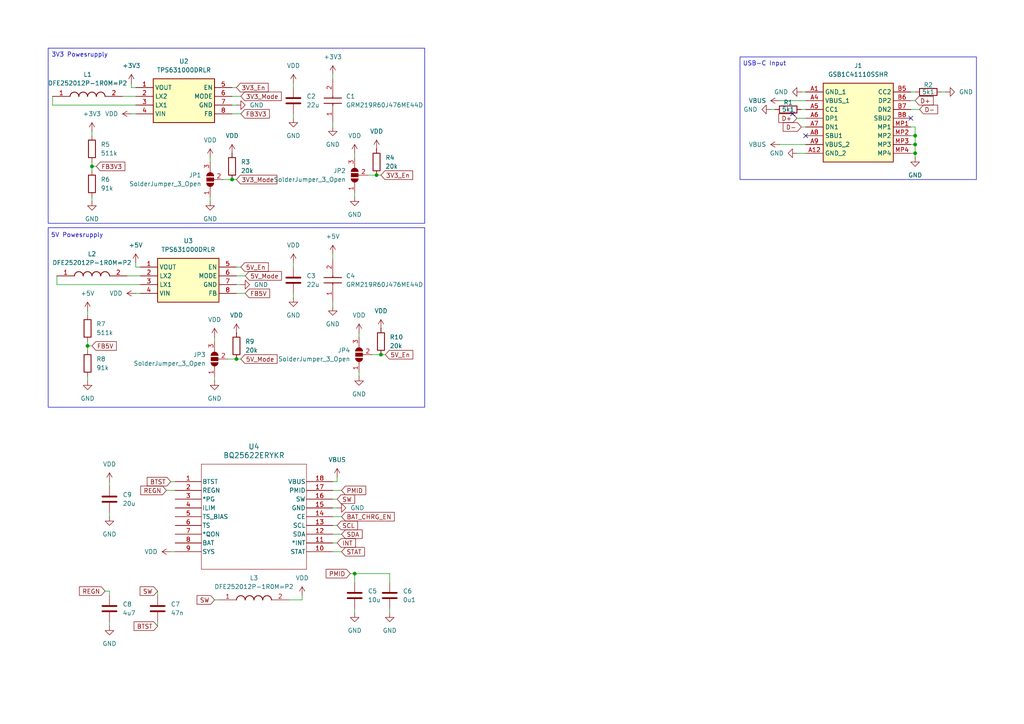
<source format=kicad_sch>
(kicad_sch (version 20250114) (generator "eeschema") (generator_version "9.0")
  (paper "A4")
  (lib_symbols
    (symbol "2025-04-06_19-50-57:BQ25622ERYKR" (pin_names (offset 0.254))
      (property "Reference" "U" (at 22.86 10.16 0))
      (property "Value" "BQ25622ERYKR" (at 22.86 7.62 0))
      (symbol "BQ25622ERYKR_0_1"
        (polyline (pts (xy 7.62 5.08) (xy 7.62 -25.4)) (stroke (width 0.127)))
        (polyline (pts (xy 7.62 -25.4) (xy 38.1 -25.4)) (stroke (width 0.127)))
        (polyline (pts (xy 38.1 5.08) (xy 7.62 5.08)) (stroke (width 0.127)))
        (polyline (pts (xy 38.1 -25.4) (xy 38.1 5.08)) (stroke (width 0.127)))
        (pin power_in line (at 0 0 0) (length 7.62) (name "BTST") (number "1"))
        (pin power_in line (at 0 -2.54 0) (length 7.62) (name "REGN") (number "2"))
        (pin unspecified line (at 0 -5.08 0) (length 7.62) (name "*PG") (number "3"))
        (pin bidirectional line (at 0 -7.62 0) (length 7.62) (name "ILIM") (number "4"))
        (pin power_in line (at 0 -10.16 0) (length 7.62) (name "TS_BIAS") (number "5"))
        (pin input line (at 0 -12.7 0) (length 7.62) (name "TS") (number "6"))
        (pin input line (at 0 -15.24 0) (length 7.62) (name "*QON") (number "7"))
        (pin power_in line (at 0 -17.78 0) (length 7.62) (name "BAT") (number "8"))
        (pin power_in line (at 0 -20.32 0) (length 7.62) (name "SYS") (number "9"))
        (pin power_in line (at 45.72 0 180) (length 7.62) (name "VBUS") (number "18"))
        (pin power_in line (at 45.72 -2.54 180) (length 7.62) (name "PMID") (number "17"))
        (pin power_in line (at 45.72 -5.08 180) (length 7.62) (name "SW") (number "16"))
        (pin power_out line (at 45.72 -7.62 180) (length 7.62) (name "GND") (number "15"))
        (pin input line (at 45.72 -10.16 180) (length 7.62) (name "CE") (number "14"))
        (pin input line (at 45.72 -12.7 180) (length 7.62) (name "SCL") (number "13"))
        (pin bidirectional line (at 45.72 -15.24 180) (length 7.62) (name "SDA") (number "12"))
        (pin output line (at 45.72 -17.78 180) (length 7.62) (name "*INT") (number "11"))
        (pin output line (at 45.72 -20.32 180) (length 7.62) (name "STAT") (number "10"))
      )
    )
    (symbol "Device:C" (pin_numbers (hide yes)) (pin_names (offset 0.254))
      (property "Reference" "C" (at 0.635 2.54 0))
      (property "Value" "C" (at 0.635 -2.54 0))
      (symbol "C_0_1"
        (polyline (pts (xy -2.032 0.762) (xy 2.032 0.762)) (stroke (width 0.508)))
        (polyline (pts (xy -2.032 -0.762) (xy 2.032 -0.762)) (stroke (width 0.508)))
      )
      (symbol "C_1_1"
        (pin passive line (at 0 3.81 270) (length 2.794) (name "~") (number "1"))
        (pin passive line (at 0 -3.81 90) (length 2.794) (name "~") (number "2"))
      )
    )
    (symbol "Device:R" (pin_numbers (hide yes)) (pin_names (offset 0))
      (property "Reference" "R" (at 2.032 0 90))
      (property "Value" "R" (at 0 0 90))
      (symbol "R_0_1"
        (rectangle (start -1.016 -2.54) (end 1.016 2.54) (stroke (width 0.254)))
      )
      (symbol "R_1_1"
        (pin passive line (at 0 3.81 270) (length 1.27) (name "~") (number "1"))
        (pin passive line (at 0 -3.81 90) (length 1.27) (name "~") (number "2"))
      )
    )
    (symbol "Jumper:SolderJumper_3_Open" (pin_names (offset 0) (hide yes)) (exclude_from_sim yes) (in_bom no)
      (property "Reference" "JP" (at -2.54 -2.54 0))
      (property "Value" "SolderJumper_3_Open" (at 0 2.794 0))
      (symbol "SolderJumper_3_Open_0_1"
        (polyline (pts (xy -2.54 0) (xy -2.032 0)))
        (polyline (pts (xy -1.016 1.016) (xy -1.016 -1.016)))
        (arc (start -1.016 -1.016) (mid -2.0276 0) (end -1.016 1.016))
        (arc (start -1.016 -1.016) (mid -2.0276 0) (end -1.016 1.016) (fill (type outline)))
        (rectangle (start -0.508 1.016) (end 0.508 -1.016) (fill (type outline)))
        (polyline (pts (xy 0 -1.27) (xy 0 -1.016)))
        (arc (start 1.016 1.016) (mid 2.0276 0) (end 1.016 -1.016))
        (arc (start 1.016 1.016) (mid 2.0276 0) (end 1.016 -1.016) (fill (type outline)))
        (polyline (pts (xy 1.016 1.016) (xy 1.016 -1.016)))
        (polyline (pts (xy 2.54 0) (xy 2.032 0)))
      )
      (symbol "SolderJumper_3_Open_1_1"
        (pin passive line (at -5.08 0 0) (length 2.54) (name "A") (number "1"))
        (pin passive line (at 0 -3.81 90) (length 2.54) (name "C") (number "2"))
        (pin passive line (at 5.08 0 180) (length 2.54) (name "B") (number "3"))
      )
    )
    (symbol "SamacSys_Parts:DFE252012P-1R0M=P2" (pin_names (hide yes))
      (property "Reference" "L" (at 16.51 6.35 0))
      (property "Value" "DFE252012P-1R0M=P2" (at 16.51 3.81 0))
      (symbol "DFE252012P-1R0M=P2_1_1"
        (arc (start 5.08 0) (mid 6.35 1.219) (end 7.62 0) (stroke (width 0.254)))
        (arc (start 7.62 0) (mid 8.89 1.219) (end 10.16 0) (stroke (width 0.254)))
        (arc (start 10.16 0) (mid 11.43 1.219) (end 12.7 0) (stroke (width 0.254)))
        (arc (start 12.7 0) (mid 13.97 1.219) (end 15.24 0) (stroke (width 0.254)))
        (pin passive line (at 0 0 0) (length 5.08) (name "1") (number "1"))
        (pin passive line (at 20.32 0 180) (length 5.08) (name "2") (number "2"))
      )
    )
    (symbol "SamacSys_Parts:GRM219R60J476ME44D" (pin_names (hide yes))
      (property "Reference" "C" (at 8.89 6.35 0))
      (property "Value" "GRM219R60J476ME44D" (at 8.89 3.81 0))
      (symbol "GRM219R60J476ME44D_1_1"
        (polyline (pts (xy 5.08 0) (xy 5.588 0)) (stroke (width 0.254)))
        (polyline (pts (xy 5.588 2.54) (xy 5.588 -2.54)) (stroke (width 0.254)))
        (polyline (pts (xy 7.112 2.54) (xy 7.112 -2.54)) (stroke (width 0.254)))
        (polyline (pts (xy 7.112 0) (xy 7.62 0)) (stroke (width 0.254)))
        (pin passive line (at 0 0 0) (length 5.08) (name "1") (number "1"))
        (pin passive line (at 12.7 0 180) (length 5.08) (name "2") (number "2"))
      )
    )
    (symbol "SamacSys_Parts:GSB1C41110SSHR"
      (property "Reference" "J" (at 26.67 7.62 0))
      (property "Value" "GSB1C41110SSHR" (at 26.67 5.08 0))
      (symbol "GSB1C41110SSHR_1_1"
        (rectangle (start 5.08 2.54) (end 25.4 -20.32) (stroke (width 0.254)) (fill (type background)))
        (pin passive line (at 0 0 0) (length 5.08) (name "GND_1") (number "A1"))
        (pin passive line (at 0 -2.54 0) (length 5.08) (name "VBUS_1") (number "A4"))
        (pin passive line (at 0 -5.08 0) (length 5.08) (name "CC1") (number "A5"))
        (pin passive line (at 0 -7.62 0) (length 5.08) (name "DP1") (number "A6"))
        (pin passive line (at 0 -10.16 0) (length 5.08) (name "DN1") (number "A7"))
        (pin passive line (at 0 -12.7 0) (length 5.08) (name "SBU1") (number "A8"))
        (pin passive line (at 0 -15.24 0) (length 5.08) (name "VBUS_2") (number "A9"))
        (pin passive line (at 0 -17.78 0) (length 5.08) (name "GND_2") (number "A12"))
        (pin passive line (at 30.48 0 180) (length 5.08) (name "CC2") (number "B5"))
        (pin passive line (at 30.48 -2.54 180) (length 5.08) (name "DP2") (number "B6"))
        (pin passive line (at 30.48 -5.08 180) (length 5.08) (name "DN2") (number "B7"))
        (pin passive line (at 30.48 -7.62 180) (length 5.08) (name "SBU2") (number "B8"))
        (pin passive line (at 30.48 -10.16 180) (length 5.08) (name "MP1") (number "MP1"))
        (pin passive line (at 30.48 -12.7 180) (length 5.08) (name "MP2") (number "MP2"))
        (pin passive line (at 30.48 -15.24 180) (length 5.08) (name "MP3") (number "MP3"))
        (pin passive line (at 30.48 -17.78 180) (length 5.08) (name "MP4") (number "MP4"))
      )
    )
    (symbol "SamacSys_Parts:TPS631000DRLR"
      (property "Reference" "U" (at 24.13 7.62 0))
      (property "Value" "TPS631000DRLR" (at 24.13 5.08 0))
      (symbol "TPS631000DRLR_1_1"
        (rectangle (start 5.08 2.54) (end 22.86 -10.16) (stroke (width 0.254)) (fill (type background)))
        (pin passive line (at 0 0 0) (length 5.08) (name "VOUT") (number "1"))
        (pin passive line (at 0 -2.54 0) (length 5.08) (name "LX2") (number "2"))
        (pin passive line (at 0 -5.08 0) (length 5.08) (name "LX1") (number "3"))
        (pin passive line (at 0 -7.62 0) (length 5.08) (name "VIN") (number "4"))
        (pin passive line (at 27.94 0 180) (length 5.08) (name "EN") (number "5"))
        (pin passive line (at 27.94 -2.54 180) (length 5.08) (name "MODE") (number "6"))
        (pin passive line (at 27.94 -5.08 180) (length 5.08) (name "GND") (number "7"))
        (pin passive line (at 27.94 -7.62 180) (length 5.08) (name "FB") (number "8"))
      )
    )
    (symbol "power:+3V3" (power) (pin_numbers (hide yes)) (pin_names (offset 0) (hide yes))
      (property "Value" "+3V3" (at 0 3.556 0))
      (symbol "+3V3_0_1"
        (polyline (pts (xy -0.762 1.27) (xy 0 2.54)))
        (polyline (pts (xy 0 2.54) (xy 0.762 1.27)))
        (polyline (pts (xy 0 0) (xy 0 2.54)))
      )
      (symbol "+3V3_1_1"
        (pin power_in line (at 0 0 90) (length 0) (name "~") (number "1"))
      )
    )
    (symbol "power:+5V" (power) (pin_numbers (hide yes)) (pin_names (offset 0) (hide yes))
      (property "Value" "+5V" (at 0 3.556 0))
      (symbol "+5V_0_1"
        (polyline (pts (xy -0.762 1.27) (xy 0 2.54)))
        (polyline (pts (xy 0 2.54) (xy 0.762 1.27)))
        (polyline (pts (xy 0 0) (xy 0 2.54)))
      )
      (symbol "+5V_1_1"
        (pin power_in line (at 0 0 90) (length 0) (name "~") (number "1"))
      )
    )
    (symbol "power:GND" (power) (pin_numbers (hide yes)) (pin_names (offset 0) (hide yes))
      (property "Value" "GND" (at 0 -3.81 0))
      (symbol "GND_0_1"
        (polyline (pts (xy 0 0) (xy 0 -1.27) (xy 1.27 -1.27) (xy 0 -2.54) (xy -1.27 -1.27) (xy 0 -1.27)))
      )
      (symbol "GND_1_1"
        (pin power_in line (at 0 0 270) (length 0) (name "~") (number "1"))
      )
    )
    (symbol "power:VBUS" (power) (pin_numbers (hide yes)) (pin_names (offset 0) (hide yes))
      (property "Value" "VBUS" (at 0 3.556 0))
      (symbol "VBUS_0_1"
        (polyline (pts (xy -0.762 1.27) (xy 0 2.54)))
        (polyline (pts (xy 0 2.54) (xy 0.762 1.27)))
        (polyline (pts (xy 0 0) (xy 0 2.54)))
      )
      (symbol "VBUS_1_1"
        (pin power_in line (at 0 0 90) (length 0) (name "~") (number "1"))
      )
    )
    (symbol "power:VDD" (power) (pin_numbers (hide yes)) (pin_names (offset 0) (hide yes))
      (property "Value" "VDD" (at 0 3.556 0))
      (symbol "VDD_0_1"
        (polyline (pts (xy -0.762 1.27) (xy 0 2.54)))
        (polyline (pts (xy 0 2.54) (xy 0.762 1.27)))
        (polyline (pts (xy 0 0) (xy 0 2.54)))
      )
      (symbol "VDD_1_1"
        (pin power_in line (at 0 0 90) (length 0) (name "~") (number "1"))
      )
    )
  )
  (rectangle (start 13.97 66.04) (end 123.19 118.11))
  (rectangle (start 214.63 16.51) (end 283.21 52.07))
  (rectangle (start 13.97 13.97) (end 123.19 64.77))
  (text "5V Powesrupply" (at 22.352 68.326 0) (effects (font (size 1.27 1.27))))
  (text "3V3 Powesrupply" (at 23.114 16.002 0) (effects (font (size 1.27 1.27))))
  (text "USB-C Input" (at 221.742 18.542 0) (effects (font (size 1.27 1.27))))
  (junction (at 265.43 41.91))
  (junction (at 25.4 100.33))
  (junction (at 265.43 39.37))
  (junction (at 68.58 104.14))
  (junction (at 26.67 48.26))
  (junction (at 102.87 166.37))
  (junction (at 109.22 50.8))
  (junction (at 110.49 102.87))
  (junction (at 265.43 44.45))
  (junction (at 67.31 52.07))
  (no_connect (at 229.87 33.02))
  (no_connect (at 233.68 39.37))
  (no_connect (at 264.16 34.29))
  (wire (pts (xy 102.87 166.37) (xy 102.87 168.91)))
  (wire (pts (xy 36.83 80.01) (xy 40.64 80.01)))
  (wire (pts (xy 265.43 39.37) (xy 265.43 36.83)))
  (wire (pts (xy 38.1 24.13) (xy 38.1 25.4)))
  (wire (pts (xy 109.22 50.8) (xy 110.49 50.8)))
  (wire (pts (xy 39.37 30.48) (xy 15.24 30.48)))
  (wire (pts (xy 67.31 52.07) (xy 68.58 52.07)))
  (wire (pts (xy 26.67 100.33) (xy 25.4 100.33)))
  (wire (pts (xy 265.43 26.67) (xy 264.16 26.67)))
  (wire (pts (xy 232.41 26.67) (xy 233.68 26.67)))
  (wire (pts (xy 25.4 100.33) (xy 25.4 101.6)))
  (wire (pts (xy 96.52 147.32) (xy 97.79 147.32)))
  (wire (pts (xy 265.43 36.83) (xy 264.16 36.83)))
  (wire (pts (xy 60.96 45.72) (xy 60.96 46.99)))
  (wire (pts (xy 67.31 25.4) (xy 68.58 25.4)))
  (wire (pts (xy 85.09 76.2) (xy 85.09 77.47)))
  (wire (pts (xy 64.77 52.07) (xy 67.31 52.07)))
  (wire (pts (xy 96.52 160.02) (xy 99.06 160.02)))
  (wire (pts (xy 68.58 104.14) (xy 69.85 104.14)))
  (wire (pts (xy 106.68 50.8) (xy 109.22 50.8)))
  (wire (pts (xy 96.52 152.4) (xy 97.79 152.4)))
  (wire (pts (xy 265.43 45.72) (xy 265.43 44.45)))
  (wire (pts (xy 97.79 139.7) (xy 96.52 139.7)))
  (wire (pts (xy 96.52 35.56) (xy 96.52 36.83)))
  (wire (pts (xy 231.14 34.29) (xy 233.68 34.29)))
  (wire (pts (xy 67.31 30.48) (xy 68.58 30.48)))
  (wire (pts (xy 48.26 142.24) (xy 50.8 142.24)))
  (wire (pts (xy 96.52 87.63) (xy 96.52 88.9)))
  (wire (pts (xy 231.14 44.45) (xy 233.68 44.45)))
  (wire (pts (xy 87.63 173.99) (xy 83.82 173.99)))
  (wire (pts (xy 96.52 21.59) (xy 96.52 22.86)))
  (wire (pts (xy 35.56 27.94) (xy 39.37 27.94)))
  (wire (pts (xy 31.75 172.72) (xy 31.75 171.45)))
  (wire (pts (xy 102.87 176.53) (xy 102.87 177.8)))
  (wire (pts (xy 68.58 80.01) (xy 71.12 80.01)))
  (wire (pts (xy 102.87 55.88) (xy 102.87 57.15)))
  (wire (pts (xy 16.51 82.55) (xy 16.51 80.01)))
  (wire (pts (xy 49.53 160.02) (xy 50.8 160.02)))
  (wire (pts (xy 96.52 154.94) (xy 99.06 154.94)))
  (wire (pts (xy 85.09 85.09) (xy 85.09 86.36)))
  (wire (pts (xy 96.52 149.86) (xy 99.06 149.86)))
  (wire (pts (xy 85.09 33.02) (xy 85.09 34.29)))
  (wire (pts (xy 49.53 139.7) (xy 50.8 139.7)))
  (wire (pts (xy 26.67 48.26) (xy 26.67 49.53)))
  (wire (pts (xy 274.32 26.67) (xy 273.05 26.67)))
  (wire (pts (xy 113.03 176.53) (xy 113.03 177.8)))
  (wire (pts (xy 31.75 139.7) (xy 31.75 140.97)))
  (wire (pts (xy 96.52 142.24) (xy 99.06 142.24)))
  (wire (pts (xy 40.64 82.55) (xy 16.51 82.55)))
  (wire (pts (xy 68.58 77.47) (xy 69.85 77.47)))
  (wire (pts (xy 39.37 76.2) (xy 39.37 77.47)))
  (wire (pts (xy 104.14 107.95) (xy 104.14 109.22)))
  (wire (pts (xy 62.23 97.79) (xy 62.23 99.06)))
  (wire (pts (xy 26.67 48.26) (xy 26.67 46.99)))
  (wire (pts (xy 31.75 148.59) (xy 31.75 149.86)))
  (wire (pts (xy 31.75 171.45) (xy 30.48 171.45)))
  (wire (pts (xy 39.37 77.47) (xy 40.64 77.47)))
  (wire (pts (xy 25.4 100.33) (xy 25.4 99.06)))
  (wire (pts (xy 87.63 172.72) (xy 87.63 173.99)))
  (wire (pts (xy 62.23 173.99) (xy 63.5 173.99)))
  (wire (pts (xy 27.94 48.26) (xy 26.67 48.26)))
  (wire (pts (xy 26.67 57.15) (xy 26.67 58.42)))
  (wire (pts (xy 62.23 109.22) (xy 62.23 110.49)))
  (wire (pts (xy 264.16 29.21) (xy 265.43 29.21)))
  (wire (pts (xy 96.52 144.78) (xy 97.79 144.78)))
  (wire (pts (xy 45.72 180.34) (xy 45.72 181.61)))
  (wire (pts (xy 264.16 41.91) (xy 265.43 41.91)))
  (wire (pts (xy 226.06 41.91) (xy 233.68 41.91)))
  (wire (pts (xy 264.16 31.75) (xy 266.7 31.75)))
  (wire (pts (xy 68.58 85.09) (xy 71.12 85.09)))
  (wire (pts (xy 102.87 44.45) (xy 102.87 45.72)))
  (wire (pts (xy 67.31 27.94) (xy 69.85 27.94)))
  (wire (pts (xy 113.03 168.91) (xy 113.03 166.37)))
  (wire (pts (xy 31.75 180.34) (xy 31.75 181.61)))
  (wire (pts (xy 232.41 31.75) (xy 233.68 31.75)))
  (wire (pts (xy 85.09 24.13) (xy 85.09 25.4)))
  (wire (pts (xy 223.52 31.75) (xy 224.79 31.75)))
  (wire (pts (xy 113.03 166.37) (xy 102.87 166.37)))
  (wire (pts (xy 232.41 36.83) (xy 233.68 36.83)))
  (wire (pts (xy 45.72 171.45) (xy 45.72 172.72)))
  (wire (pts (xy 264.16 44.45) (xy 265.43 44.45)))
  (wire (pts (xy 15.24 30.48) (xy 15.24 27.94)))
  (wire (pts (xy 96.52 73.66) (xy 96.52 74.93)))
  (wire (pts (xy 97.79 138.43) (xy 97.79 139.7)))
  (wire (pts (xy 68.58 82.55) (xy 69.85 82.55)))
  (wire (pts (xy 26.67 39.37) (xy 26.67 38.1)))
  (wire (pts (xy 38.1 25.4) (xy 39.37 25.4)))
  (wire (pts (xy 25.4 91.44) (xy 25.4 90.17)))
  (wire (pts (xy 104.14 96.52) (xy 104.14 97.79)))
  (wire (pts (xy 107.95 102.87) (xy 110.49 102.87)))
  (wire (pts (xy 264.16 39.37) (xy 265.43 39.37)))
  (wire (pts (xy 25.4 109.22) (xy 25.4 110.49)))
  (wire (pts (xy 265.43 44.45) (xy 265.43 41.91)))
  (wire (pts (xy 67.31 33.02) (xy 69.85 33.02)))
  (wire (pts (xy 38.1 33.02) (xy 39.37 33.02)))
  (wire (pts (xy 96.52 157.48) (xy 97.79 157.48)))
  (wire (pts (xy 102.87 166.37) (xy 101.6 166.37)))
  (wire (pts (xy 226.06 29.21) (xy 233.68 29.21)))
  (wire (pts (xy 110.49 102.87) (xy 111.76 102.87)))
  (wire (pts (xy 66.04 104.14) (xy 68.58 104.14)))
  (wire (pts (xy 60.96 57.15) (xy 60.96 58.42)))
  (wire (pts (xy 39.37 85.09) (xy 40.64 85.09)))
  (wire (pts (xy 265.43 41.91) (xy 265.43 39.37)))
  (global_label "5V_En" (shape input) (at 69.85 77.47 0) (property "Intersheetrefs" "${INTERSHEET_REFS}" (effects (hide yes))))
  (global_label "3V3_En" (shape input) (at 110.49 50.8 0) (property "Intersheetrefs" "${INTERSHEET_REFS}" (effects (hide yes))))
  (global_label "FB3V3" (shape input) (at 69.85 33.02 0) (property "Intersheetrefs" "${INTERSHEET_REFS}" (effects (hide yes))))
  (global_label "5V_Mode" (shape input) (at 71.12 80.01 0) (property "Intersheetrefs" "${INTERSHEET_REFS}" (effects (hide yes))))
  (global_label "REGN" (shape input) (at 30.48 171.45 180) (property "Intersheetrefs" "${INTERSHEET_REFS}" (effects (hide yes))))
  (global_label "REGN" (shape input) (at 48.26 142.24 180) (property "Intersheetrefs" "${INTERSHEET_REFS}" (effects (hide yes))))
  (global_label "PMID" (shape input) (at 99.06 142.24 0) (property "Intersheetrefs" "${INTERSHEET_REFS}" (effects (hide yes))))
  (global_label "5V_En" (shape input) (at 111.76 102.87 0) (property "Intersheetrefs" "${INTERSHEET_REFS}" (effects (hide yes))))
  (global_label "5V_Mode" (shape input) (at 69.85 104.14 0) (property "Intersheetrefs" "${INTERSHEET_REFS}" (effects (hide yes))))
  (global_label "BAT_CHRG_EN" (shape input) (at 99.06 149.86 0) (property "Intersheetrefs" "${INTERSHEET_REFS}" (effects (hide yes))))
  (global_label "SW" (shape input) (at 62.23 173.99 180) (property "Intersheetrefs" "${INTERSHEET_REFS}" (effects (hide yes))))
  (global_label "FB5V" (shape input) (at 71.12 85.09 0) (property "Intersheetrefs" "${INTERSHEET_REFS}" (effects (hide yes))))
  (global_label "3V3_Mode" (shape input) (at 69.85 27.94 0) (property "Intersheetrefs" "${INTERSHEET_REFS}" (effects (hide yes))))
  (global_label "SDA" (shape input) (at 99.06 154.94 0) (property "Intersheetrefs" "${INTERSHEET_REFS}" (effects (hide yes))))
  (global_label "BTST" (shape input) (at 49.53 139.7 180) (property "Intersheetrefs" "${INTERSHEET_REFS}" (effects (hide yes))))
  (global_label "3V3_Mode" (shape input) (at 68.58 52.07 0) (property "Intersheetrefs" "${INTERSHEET_REFS}" (effects (hide yes))))
  (global_label "D+" (shape input) (at 265.43 29.21 0) (property "Intersheetrefs" "${INTERSHEET_REFS}" (effects (hide yes))))
  (global_label "FB5V" (shape input) (at 26.67 100.33 0) (property "Intersheetrefs" "${INTERSHEET_REFS}" (effects (hide yes))))
  (global_label "D-" (shape input) (at 232.41 36.83 180) (property "Intersheetrefs" "${INTERSHEET_REFS}" (effects (hide yes))))
  (global_label "STAT" (shape input) (at 99.06 160.02 0) (property "Intersheetrefs" "${INTERSHEET_REFS}" (effects (hide yes))))
  (global_label "INT" (shape input) (at 97.79 157.48 0) (property "Intersheetrefs" "${INTERSHEET_REFS}" (effects (hide yes))))
  (global_label "SW" (shape input) (at 45.72 171.45 180) (property "Intersheetrefs" "${INTERSHEET_REFS}" (effects (hide yes))))
  (global_label "D+" (shape input) (at 231.14 34.29 180) (property "Intersheetrefs" "${INTERSHEET_REFS}" (effects (hide yes))))
  (global_label "3V3_En" (shape input) (at 68.58 25.4 0) (property "Intersheetrefs" "${INTERSHEET_REFS}" (effects (hide yes))))
  (global_label "BTST" (shape input) (at 45.72 181.61 180) (property "Intersheetrefs" "${INTERSHEET_REFS}" (effects (hide yes))))
  (global_label "SCL" (shape input) (at 97.79 152.4 0) (property "Intersheetrefs" "${INTERSHEET_REFS}" (effects (hide yes))))
  (global_label "SW" (shape input) (at 97.79 144.78 0) (property "Intersheetrefs" "${INTERSHEET_REFS}" (effects (hide yes))))
  (global_label "FB3V3" (shape input) (at 27.94 48.26 0) (property "Intersheetrefs" "${INTERSHEET_REFS}" (effects (hide yes))))
  (global_label "PMID" (shape input) (at 101.6 166.37 180) (property "Intersheetrefs" "${INTERSHEET_REFS}" (effects (hide yes))))
  (global_label "D-" (shape input) (at 266.7 31.75 0) (property "Intersheetrefs" "${INTERSHEET_REFS}" (effects (hide yes))))
  (symbol (lib_id "power:GND") (at 25.4 110.49 0) (unit 1)
    (property "Reference" "#PWR030" (effects (hide yes)))
    (property "Value" "GND" (at 25.4 115.57 0))
    (property "Description" "Power symbol creates a global label with name \"GND\" , ground" (effects (hide yes)))
  )
  (symbol (lib_id "power:+3V3") (at 38.1 24.13 0) (unit 1)
    (property "Reference" "#PWR014" (effects (hide yes)))
    (property "Value" "+3V3" (at 38.1 19.05 0))
    (property "Description" "Power symbol creates a global label with name \"+3V3\"" (effects (hide yes)))
  )
  (symbol (lib_id "SamacSys_Parts:DFE252012P-1R0M=P2") (at 63.5 173.99 0) (unit 1)
    (property "Reference" "L3" (at 73.66 167.64 0))
    (property "Value" "DFE252012P-1R0M=P2" (at 73.66 170.18 0))
    (property "Footprint" "DFE2HCAH1R0MJ0L" (effects (hide yes)))
    (property "Datasheet" "https://search.murata.co.jp/Ceramy/image/img/P02/J(E)TE243A-0024.pdf" (effects (hide yes)))
    (property "Description" "Toko DFE252012P Series Shielded Wire-wound SMD Inductor with a Powered Iron Core, 1 uH Wire-Wound 4.8A Idc" (effects (hide yes)))
    (property "Height" "1.2" (effects (hide yes)))
    (property "Manufacturer_Name" "Murata Electronics" (effects (hide yes)))
    (property "Manufacturer_Part_Number" "DFE252012P-1R0M=P2" (effects (hide yes)))
    (property "Mouser Part Number" "81-DFE252012P-1R0MP2" (effects (hide yes)))
    (property "Mouser Price/Stock" "https://www.mouser.co.uk/ProductDetail/Murata-Electronics/DFE252012P-1R0M%3dP2?qs=KuGPmAKtFKUHla8Odvjl9w%3D%3D" (effects (hide yes)))
    (property "Arrow Part Number" "DFE252012P-1R0M=P2" (effects (hide yes)))
    (property "Arrow Price/Stock" "https://www.arrow.com/en/products/dfe252012p-1r0mp2/murata-manufacturing?region=nac" (effects (hide yes)))
  )
  (symbol (lib_id "power:GND") (at 69.85 82.55 90) (unit 1)
    (property "Reference" "#PWR036" (effects (hide yes)))
    (property "Value" "GND" (at 73.66 82.5499 90) (effects (justify right)))
    (property "Description" "Power symbol creates a global label with name \"GND\" , ground" (effects (hide yes)))
  )
  (symbol (lib_id "power:+5V") (at 25.4 90.17 0) (unit 1)
    (property "Reference" "#PWR039" (effects (hide yes)))
    (property "Value" "+5V" (at 25.4 85.09 0))
    (property "Description" "Power symbol creates a global label with name \"+5V\"" (effects (hide yes)))
  )
  (symbol (lib_id "power:GND") (at 104.14 109.22 0) (unit 1)
    (property "Reference" "#PWR042" (effects (hide yes)))
    (property "Value" "GND" (at 104.14 114.3 0))
    (property "Description" "Power symbol creates a global label with name \"GND\" , ground" (effects (hide yes)))
  )
  (symbol (lib_id "power:GND") (at 231.14 44.45 270) (unit 1)
    (property "Reference" "#PWR010" (effects (hide yes)))
    (property "Value" "GND" (at 227.33 44.4499 90) (effects (justify right)))
    (property "Description" "Power symbol creates a global label with name \"GND\" , ground" (effects (hide yes)))
  )
  (symbol (lib_id "power:GND") (at 85.09 86.36 0) (unit 1)
    (property "Reference" "#PWR038" (effects (hide yes)))
    (property "Value" "GND" (at 85.09 91.44 0))
    (property "Description" "Power symbol creates a global label with name \"GND\" , ground" (effects (hide yes)))
  )
  (symbol (lib_id "Device:C") (at 85.09 81.28 0) (unit 1)
    (property "Reference" "C3" (at 88.9 80.0099 0) (effects (justify left)))
    (property "Value" "22u" (at 88.9 82.5499 0) (effects (justify left)))
    (property "Footprint" "Capacitor_SMD:C_0603_1608Metric" (effects (hide yes)))
    (property "Description" "Unpolarized capacitor" (effects (hide yes)))
  )
  (symbol (lib_id "Jumper:SolderJumper_3_Open") (at 102.87 50.8 90) (unit 1) (exclude_from_sim yes) (in_bom no)
    (property "Reference" "JP2" (at 100.33 49.5299 90) (effects (justify left)))
    (property "Value" "SolderJumper_3_Open" (at 100.33 52.0699 90) (effects (justify left)))
    (property "Footprint" "Jumper:SolderJumper-3_P1.3mm_Open_Pad1.0x1.5mm" (effects (hide yes)))
    (property "Description" "Solder Jumper, 3-pole, open" (effects (hide yes)))
  )
  (symbol (lib_id "power:VDD") (at 39.37 85.09 90) (unit 1)
    (property "Reference" "#PWR032" (effects (hide yes)))
    (property "Value" "VDD" (at 35.56 85.0899 90) (effects (justify left)))
    (property "Description" "Power symbol creates a global label with name \"VDD\"" (effects (hide yes)))
  )
  (symbol (lib_id "power:GND") (at 96.52 88.9 0) (unit 1)
    (property "Reference" "#PWR040" (effects (hide yes)))
    (property "Value" "GND" (at 96.52 93.98 0))
    (property "Description" "Power symbol creates a global label with name \"GND\" , ground" (effects (hide yes)))
  )
  (symbol (lib_id "power:+3V3") (at 96.52 21.59 0) (unit 1)
    (property "Reference" "#PWR015" (effects (hide yes)))
    (property "Value" "+3V3" (at 96.52 16.51 0))
    (property "Description" "Power symbol creates a global label with name \"+3V3\"" (effects (hide yes)))
  )
  (symbol (lib_id "power:VDD") (at 85.09 24.13 0) (unit 1)
    (property "Reference" "#PWR019" (effects (hide yes)))
    (property "Value" "VDD" (at 85.09 19.05 0))
    (property "Description" "Power symbol creates a global label with name \"VDD\"" (effects (hide yes)))
  )
  (symbol (lib_id "power:GND") (at 96.52 36.83 0) (unit 1)
    (property "Reference" "#PWR016" (effects (hide yes)))
    (property "Value" "GND" (at 96.52 41.91 0))
    (property "Description" "Power symbol creates a global label with name \"GND\" , ground" (effects (hide yes)))
  )
  (symbol (lib_id "Device:C") (at 85.09 29.21 0) (unit 1)
    (property "Reference" "C2" (at 88.9 27.9399 0) (effects (justify left)))
    (property "Value" "22u" (at 88.9 30.4799 0) (effects (justify left)))
    (property "Footprint" "Capacitor_SMD:C_0603_1608Metric" (effects (hide yes)))
    (property "Description" "Unpolarized capacitor" (effects (hide yes)))
  )
  (symbol (lib_id "power:GND") (at 31.75 181.61 0) (unit 1)
    (property "Reference" "#PWR049" (effects (hide yes)))
    (property "Value" "GND" (at 31.75 186.69 0))
    (property "Description" "Power symbol creates a global label with name \"GND\" , ground" (effects (hide yes)))
  )
  (symbol (lib_id "2025-04-06_19-50-57:BQ25622ERYKR") (at 50.8 139.7 0) (unit 1)
    (property "Reference" "U4" (at 73.66 129.54 0) (effects (font (size 1.524 1.524))))
    (property "Value" "BQ25622ERYKR" (at 73.66 132.08 0) (effects (font (size 1.524 1.524))))
    (property "Footprint" "WQFN-HR18_RYK_TEX" (effects (hide yes)))
    (property "Datasheet" "BQ25622ERYKR" (effects (hide yes)))
  )
  (symbol (lib_id "power:VDD") (at 109.22 43.18 0) (unit 1)
    (property "Reference" "#PWR026" (effects (hide yes)))
    (property "Value" "VDD" (at 109.22 38.1 0))
    (property "Description" "Power symbol creates a global label with name \"VDD\"" (effects (hide yes)))
  )
  (symbol (lib_id "power:VDD") (at 60.96 45.72 0) (unit 1)
    (property "Reference" "#PWR022" (effects (hide yes)))
    (property "Value" "VDD" (at 60.96 40.64 0))
    (property "Description" "Power symbol creates a global label with name \"VDD\"" (effects (hide yes)))
  )
  (symbol (lib_id "power:VBUS") (at 97.79 138.43 0) (unit 1)
    (property "Reference" "#PWR029" (effects (hide yes)))
    (property "Value" "VBUS" (at 97.79 133.35 0))
    (property "Description" "Power symbol creates a global label with name \"VBUS\"" (effects (hide yes)))
  )
  (symbol (lib_id "SamacSys_Parts:TPS631000DRLR") (at 39.37 25.4 0) (unit 1)
    (property "Reference" "U2" (at 53.34 17.78 0))
    (property "Value" "TPS631000DRLR" (at 53.34 20.32 0))
    (property "Footprint" "SOTFL50P160X60-8N" (effects (hide yes)))
    (property "Datasheet" "https://www.ti.com/lit/ds/symlink/tps631000.pdf?ts=1652152702265" (effects (hide yes)))
    (property "Description" "Switching Voltage Regulators 1.5-A output current, high power density buck-boost converter" (effects (hide yes)))
    (property "Height" "0.6" (effects (hide yes)))
    (property "Manufacturer_Name" "Texas Instruments" (effects (hide yes)))
    (property "Manufacturer_Part_Number" "TPS631000DRLR" (effects (hide yes)))
    (property "Mouser Part Number" "595-TPS631000DRLR" (effects (hide yes)))
    (property "Mouser Price/Stock" "https://www.mouser.co.uk/ProductDetail/Texas-Instruments/TPS631000DRLR?qs=rSMjJ%252B1ewcRYwoN2deTeNA%3D%3D" (effects (hide yes)))
    (property "Arrow Part Number" "TPS631000DRLR" (effects (hide yes)))
    (property "Arrow Price/Stock" "https://www.arrow.com/en/products/tps631000drlr/texas-instruments?utm_currency=USD&region=nac" (effects (hide yes)))
  )
  (symbol (lib_id "Device:C") (at 31.75 144.78 0) (unit 1)
    (property "Reference" "C9" (at 35.56 143.5099 0) (effects (justify left)))
    (property "Value" "20u" (at 35.56 146.0499 0) (effects (justify left)))
    (property "Footprint" "Capacitor_SMD:C_0603_1608Metric" (effects (hide yes)))
    (property "Description" "Unpolarized capacitor" (effects (hide yes)))
  )
  (symbol (lib_id "power:GND") (at 97.79 147.32 90) (unit 1)
    (property "Reference" "#PWR045" (effects (hide yes)))
    (property "Value" "GND" (at 101.6 147.3199 90) (effects (justify right)))
    (property "Description" "Power symbol creates a global label with name \"GND\" , ground" (effects (hide yes)))
  )
  (symbol (lib_id "power:GND") (at 102.87 177.8 0) (unit 1)
    (property "Reference" "#PWR047" (effects (hide yes)))
    (property "Value" "GND" (at 102.87 182.88 0))
    (property "Description" "Power symbol creates a global label with name \"GND\" , ground" (effects (hide yes)))
  )
  (symbol (lib_id "Device:R") (at 228.6 31.75 90) (unit 1)
    (property "Reference" "R1" (at 228.6 29.718 90))
    (property "Value" "5k1" (at 228.6 31.75 90))
    (property "Footprint" "Resistor_SMD:R_0603_1608Metric" (effects (hide yes)))
    (property "Description" "Resistor" (effects (hide yes)))
  )
  (symbol (lib_id "power:GND") (at 274.32 26.67 90) (unit 1)
    (property "Reference" "#PWR05" (effects (hide yes)))
    (property "Value" "GND" (at 278.13 26.6701 90) (effects (justify right)))
    (property "Description" "Power symbol creates a global label with name \"GND\" , ground" (effects (hide yes)))
  )
  (symbol (lib_id "SamacSys_Parts:DFE252012P-1R0M=P2") (at 16.51 80.01 0) (unit 1)
    (property "Reference" "L2" (at 26.67 73.66 0))
    (property "Value" "DFE252012P-1R0M=P2" (at 26.67 76.2 0))
    (property "Footprint" "DFE2HCAH1R0MJ0L" (effects (hide yes)))
    (property "Datasheet" "https://search.murata.co.jp/Ceramy/image/img/P02/J(E)TE243A-0024.pdf" (effects (hide yes)))
    (property "Description" "Toko DFE252012P Series Shielded Wire-wound SMD Inductor with a Powered Iron Core, 1 uH Wire-Wound 4.8A Idc" (effects (hide yes)))
    (property "Height" "1.2" (effects (hide yes)))
    (property "Manufacturer_Name" "Murata Electronics" (effects (hide yes)))
    (property "Manufacturer_Part_Number" "DFE252012P-1R0M=P2" (effects (hide yes)))
    (property "Mouser Part Number" "81-DFE252012P-1R0MP2" (effects (hide yes)))
    (property "Mouser Price/Stock" "https://www.mouser.co.uk/ProductDetail/Murata-Electronics/DFE252012P-1R0M%3dP2?qs=KuGPmAKtFKUHla8Odvjl9w%3D%3D" (effects (hide yes)))
    (property "Arrow Part Number" "DFE252012P-1R0M=P2" (effects (hide yes)))
    (property "Arrow Price/Stock" "https://www.arrow.com/en/products/dfe252012p-1r0mp2/murata-manufacturing?region=nac" (effects (hide yes)))
  )
  (symbol (lib_id "power:VDD") (at 110.49 95.25 0) (unit 1)
    (property "Reference" "#PWR043" (effects (hide yes)))
    (property "Value" "VDD" (at 110.49 90.17 0))
    (property "Description" "Power symbol creates a global label with name \"VDD\"" (effects (hide yes)))
  )
  (symbol (lib_id "power:VDD") (at 87.63 172.72 0) (unit 1)
    (property "Reference" "#PWR046" (effects (hide yes)))
    (property "Value" "VDD" (at 87.63 167.64 0))
    (property "Description" "Power symbol creates a global label with name \"VDD\"" (effects (hide yes)))
  )
  (symbol (lib_id "Device:R") (at 109.22 46.99 0) (unit 1)
    (property "Reference" "R4" (at 111.76 45.7199 0) (effects (justify left)))
    (property "Value" "20k" (at 111.76 48.2599 0) (effects (justify left)))
    (property "Footprint" "Resistor_SMD:R_0603_1608Metric" (effects (hide yes)))
    (property "Description" "Resistor" (effects (hide yes)))
  )
  (symbol (lib_id "Jumper:SolderJumper_3_Open") (at 62.23 104.14 90) (unit 1) (exclude_from_sim yes) (in_bom no)
    (property "Reference" "JP3" (at 59.69 102.8699 90) (effects (justify left)))
    (property "Value" "SolderJumper_3_Open" (at 59.69 105.4099 90) (effects (justify left)))
    (property "Footprint" "Jumper:SolderJumper-3_P1.3mm_Open_Pad1.0x1.5mm" (effects (hide yes)))
    (property "Description" "Solder Jumper, 3-pole, open" (effects (hide yes)))
  )
  (symbol (lib_id "power:VDD") (at 104.14 96.52 0) (unit 1)
    (property "Reference" "#PWR041" (effects (hide yes)))
    (property "Value" "VDD" (at 104.14 91.44 0))
    (property "Description" "Power symbol creates a global label with name \"VDD\"" (effects (hide yes)))
  )
  (symbol (lib_id "power:VDD") (at 85.09 76.2 0) (unit 1)
    (property "Reference" "#PWR037" (effects (hide yes)))
    (property "Value" "VDD" (at 85.09 71.12 0))
    (property "Description" "Power symbol creates a global label with name \"VDD\"" (effects (hide yes)))
  )
  (symbol (lib_id "power:+3V3") (at 26.67 38.1 0) (unit 1)
    (property "Reference" "#PWR027" (effects (hide yes)))
    (property "Value" "+3V3" (at 26.67 33.02 0))
    (property "Description" "Power symbol creates a global label with name \"+3V3\"" (effects (hide yes)))
  )
  (symbol (lib_id "power:VDD") (at 49.53 160.02 90) (unit 1)
    (property "Reference" "#PWR050" (effects (hide yes)))
    (property "Value" "VDD" (at 45.72 160.0199 90) (effects (justify left)))
    (property "Description" "Power symbol creates a global label with name \"VDD\"" (effects (hide yes)))
  )
  (symbol (lib_id "power:GND") (at 102.87 57.15 0) (unit 1)
    (property "Reference" "#PWR024" (effects (hide yes)))
    (property "Value" "GND" (at 102.87 62.23 0))
    (property "Description" "Power symbol creates a global label with name \"GND\" , ground" (effects (hide yes)))
  )
  (symbol (lib_id "Device:C") (at 45.72 176.53 0) (unit 1)
    (property "Reference" "C7" (at 49.53 175.2599 0) (effects (justify left)))
    (property "Value" "47n" (at 49.53 177.7999 0) (effects (justify left)))
    (property "Footprint" "Capacitor_SMD:C_0603_1608Metric" (effects (hide yes)))
    (property "Description" "Unpolarized capacitor" (effects (hide yes)))
  )
  (symbol (lib_id "Device:R") (at 26.67 53.34 0) (unit 1)
    (property "Reference" "R6" (at 29.21 52.0699 0) (effects (justify left)))
    (property "Value" "91k" (at 29.21 54.6099 0) (effects (justify left)))
    (property "Footprint" "Resistor_SMD:R_0603_1608Metric" (effects (hide yes)))
    (property "Description" "Resistor" (effects (hide yes)))
  )
  (symbol (lib_id "power:GND") (at 223.52 31.75 270) (unit 1)
    (property "Reference" "#PWR04" (effects (hide yes)))
    (property "Value" "GND" (at 219.71 31.7499 90) (effects (justify right)))
    (property "Description" "Power symbol creates a global label with name \"GND\" , ground" (effects (hide yes)))
  )
  (symbol (lib_id "power:VDD") (at 102.87 44.45 0) (unit 1)
    (property "Reference" "#PWR023" (effects (hide yes)))
    (property "Value" "VDD" (at 102.87 39.37 0))
    (property "Description" "Power symbol creates a global label with name \"VDD\"" (effects (hide yes)))
  )
  (symbol (lib_id "power:+5V") (at 96.52 73.66 0) (unit 1)
    (property "Reference" "#PWR044" (effects (hide yes)))
    (property "Value" "+5V" (at 96.52 68.58 0))
    (property "Description" "Power symbol creates a global label with name \"+5V\"" (effects (hide yes)))
  )
  (symbol (lib_id "power:VDD") (at 62.23 97.79 0) (unit 1)
    (property "Reference" "#PWR033" (effects (hide yes)))
    (property "Value" "VDD" (at 62.23 92.71 0))
    (property "Description" "Power symbol creates a global label with name \"VDD\"" (effects (hide yes)))
  )
  (symbol (lib_id "Device:R") (at 25.4 105.41 0) (unit 1)
    (property "Reference" "R8" (at 27.94 104.1399 0) (effects (justify left)))
    (property "Value" "91k" (at 27.94 106.6799 0) (effects (justify left)))
    (property "Footprint" "Resistor_SMD:R_0603_1608Metric" (effects (hide yes)))
    (property "Description" "Resistor" (effects (hide yes)))
  )
  (symbol (lib_id "power:+5V") (at 39.37 76.2 0) (unit 1)
    (property "Reference" "#PWR031" (effects (hide yes)))
    (property "Value" "+5V" (at 39.37 71.12 0))
    (property "Description" "Power symbol creates a global label with name \"+5V\"" (effects (hide yes)))
  )
  (symbol (lib_id "power:GND") (at 85.09 34.29 0) (unit 1)
    (property "Reference" "#PWR020" (effects (hide yes)))
    (property "Value" "GND" (at 85.09 39.37 0))
    (property "Description" "Power symbol creates a global label with name \"GND\" , ground" (effects (hide yes)))
  )
  (symbol (lib_id "Device:R") (at 110.49 99.06 0) (unit 1)
    (property "Reference" "R10" (at 113.03 97.7899 0) (effects (justify left)))
    (property "Value" "20k" (at 113.03 100.3299 0) (effects (justify left)))
    (property "Footprint" "Resistor_SMD:R_0603_1608Metric" (effects (hide yes)))
    (property "Description" "Resistor" (effects (hide yes)))
  )
  (symbol (lib_id "power:VDD") (at 31.75 139.7 0) (unit 1)
    (property "Reference" "#PWR051" (effects (hide yes)))
    (property "Value" "VDD" (at 31.75 134.62 0))
    (property "Description" "Power symbol creates a global label with name \"VDD\"" (effects (hide yes)))
  )
  (symbol (lib_id "Device:C") (at 113.03 172.72 0) (unit 1)
    (property "Reference" "C6" (at 116.84 171.4499 0) (effects (justify left)))
    (property "Value" "0u1" (at 116.84 173.9899 0) (effects (justify left)))
    (property "Footprint" "Capacitor_SMD:C_0603_1608Metric" (effects (hide yes)))
    (property "Description" "Unpolarized capacitor" (effects (hide yes)))
  )
  (symbol (lib_id "power:GND") (at 265.43 45.72 0) (unit 1)
    (property "Reference" "#PWR06" (effects (hide yes)))
    (property "Value" "GND" (at 265.43 50.8 0))
    (property "Description" "Power symbol creates a global label with name \"GND\" , ground" (effects (hide yes)))
  )
  (symbol (lib_id "SamacSys_Parts:DFE252012P-1R0M=P2") (at 15.24 27.94 0) (unit 1)
    (property "Reference" "L1" (at 25.4 21.59 0))
    (property "Value" "DFE252012P-1R0M=P2" (at 25.4 24.13 0))
    (property "Footprint" "DFE2HCAH1R0MJ0L" (effects (hide yes)))
    (property "Datasheet" "https://search.murata.co.jp/Ceramy/image/img/P02/J(E)TE243A-0024.pdf" (effects (hide yes)))
    (property "Description" "Toko DFE252012P Series Shielded Wire-wound SMD Inductor with a Powered Iron Core, 1 uH Wire-Wound 4.8A Idc" (effects (hide yes)))
    (property "Height" "1.2" (effects (hide yes)))
    (property "Manufacturer_Name" "Murata Electronics" (effects (hide yes)))
    (property "Manufacturer_Part_Number" "DFE252012P-1R0M=P2" (effects (hide yes)))
    (property "Mouser Part Number" "81-DFE252012P-1R0MP2" (effects (hide yes)))
    (property "Mouser Price/Stock" "https://www.mouser.co.uk/ProductDetail/Murata-Electronics/DFE252012P-1R0M%3dP2?qs=KuGPmAKtFKUHla8Odvjl9w%3D%3D" (effects (hide yes)))
    (property "Arrow Part Number" "DFE252012P-1R0M=P2" (effects (hide yes)))
    (property "Arrow Price/Stock" "https://www.arrow.com/en/products/dfe252012p-1r0mp2/murata-manufacturing?region=nac" (effects (hide yes)))
  )
  (symbol (lib_id "power:VDD") (at 68.58 96.52 0) (unit 1)
    (property "Reference" "#PWR035" (effects (hide yes)))
    (property "Value" "VDD" (at 68.58 91.44 0))
    (property "Description" "Power symbol creates a global label with name \"VDD\"" (effects (hide yes)))
  )
  (symbol (lib_id "SamacSys_Parts:GSB1C41110SSHR") (at 233.68 26.67 0) (unit 1)
    (property "Reference" "J1" (at 248.92 19.05 0))
    (property "Value" "GSB1C41110SSHR" (at 248.92 21.59 0))
    (property "Footprint" "GSB1C41110SSHR" (effects (hide yes)))
    (property "Datasheet" "https://cdn.amphenol-cs.com/media/wysiwyg/files/drawing/gsb1c41x10sshr-ax1.pdf" (effects (hide yes)))
    (property "Description" "USB2.0, Type C, Top mount, Center Height 1.63mm, Single Row Surface Mount" (effects (hide yes)))
    (property "Height" "3.41" (effects (hide yes)))
    (property "Manufacturer_Name" "Amphenol Communications Solutions" (effects (hide yes)))
    (property "Manufacturer_Part_Number" "GSB1C41110SSHR" (effects (hide yes)))
  )
  (symbol (lib_id "Device:R") (at 26.67 43.18 0) (unit 1)
    (property "Reference" "R5" (at 29.21 41.9099 0) (effects (justify left)))
    (property "Value" "511k" (at 29.21 44.4499 0) (effects (justify left)))
    (property "Footprint" "Resistor_SMD:R_0603_1608Metric" (effects (hide yes)))
    (property "Description" "Resistor" (effects (hide yes)))
  )
  (symbol (lib_id "SamacSys_Parts:GRM219R60J476ME44D") (at 96.52 35.56 90) (unit 1)
    (property "Reference" "C1" (at 100.33 27.9399 90) (effects (justify right)))
    (property "Value" "GRM219R60J476ME44D" (at 100.33 30.4799 90) (effects (justify right)))
    (property "Footprint" "GRM21BR60J226ME39L" (effects (hide yes)))
    (property "Datasheet" "https://search.murata.co.jp/Ceramy/image/img/A01X/G101/ENG/GRM219R60J476ME44-01A.pdf" (effects (hide yes)))
    (property "Description" "MLCC, 0805" (effects (hide yes)))
    (property "Height" "1.45" (effects (hide yes)))
    (property "Manufacturer_Name" "Murata Electronics" (effects (hide yes)))
    (property "Manufacturer_Part_Number" "GRM219R60J476ME44D" (effects (hide yes)))
    (property "Mouser Part Number" "81-GRM219R60J476ME4D" (effects (hide yes)))
    (property "Mouser Price/Stock" "https://www.mouser.co.uk/ProductDetail/Murata-Electronics/GRM219R60J476ME44D?qs=I53XXhTNm8tggcUcTH0Mag%3D%3D" (effects (hide yes)))
    (property "Arrow Part Number" "GRM219R60J476ME44D" (effects (hide yes)))
    (property "Arrow Price/Stock" "https://www.arrow.com/en/products/grm219r60j476me44d/murata-manufacturing?region=nac" (effects (hide yes)))
  )
  (symbol (lib_id "Device:C") (at 102.87 172.72 0) (unit 1)
    (property "Reference" "C5" (at 106.68 171.4499 0) (effects (justify left)))
    (property "Value" "10u" (at 106.68 173.9899 0) (effects (justify left)))
    (property "Footprint" "Capacitor_SMD:C_0603_1608Metric" (effects (hide yes)))
    (property "Description" "Unpolarized capacitor" (effects (hide yes)))
  )
  (symbol (lib_id "Device:R") (at 67.31 48.26 0) (unit 1)
    (property "Reference" "R3" (at 69.85 46.9899 0) (effects (justify left)))
    (property "Value" "20k" (at 69.85 49.5299 0) (effects (justify left)))
    (property "Footprint" "Resistor_SMD:R_0603_1608Metric" (effects (hide yes)))
    (property "Description" "Resistor" (effects (hide yes)))
  )
  (symbol (lib_id "Device:R") (at 269.24 26.67 270) (unit 1)
    (property "Reference" "R2" (at 269.24 24.638 90))
    (property "Value" "5k1" (at 269.24 26.67 90))
    (property "Footprint" "Resistor_SMD:R_0603_1608Metric" (effects (hide yes)))
    (property "Description" "Resistor" (effects (hide yes)))
  )
  (symbol (lib_id "Jumper:SolderJumper_3_Open") (at 104.14 102.87 90) (unit 1) (exclude_from_sim yes) (in_bom no)
    (property "Reference" "JP4" (at 101.6 101.5999 90) (effects (justify left)))
    (property "Value" "SolderJumper_3_Open" (at 101.6 104.1399 90) (effects (justify left)))
    (property "Footprint" "Jumper:SolderJumper-3_P1.3mm_Open_Pad1.0x1.5mm" (effects (hide yes)))
    (property "Description" "Solder Jumper, 3-pole, open" (effects (hide yes)))
  )
  (symbol (lib_id "Jumper:SolderJumper_3_Open") (at 60.96 52.07 90) (unit 1) (exclude_from_sim yes) (in_bom no)
    (property "Reference" "JP1" (at 58.42 50.7999 90) (effects (justify left)))
    (property "Value" "SolderJumper_3_Open" (at 58.42 53.3399 90) (effects (justify left)))
    (property "Footprint" "Jumper:SolderJumper-3_P1.3mm_Open_Pad1.0x1.5mm" (effects (hide yes)))
    (property "Description" "Solder Jumper, 3-pole, open" (effects (hide yes)))
  )
  (symbol (lib_id "power:GND") (at 62.23 110.49 0) (unit 1)
    (property "Reference" "#PWR034" (effects (hide yes)))
    (property "Value" "GND" (at 62.23 115.57 0))
    (property "Description" "Power symbol creates a global label with name \"GND\" , ground" (effects (hide yes)))
  )
  (symbol (lib_id "power:GND") (at 60.96 58.42 0) (unit 1)
    (property "Reference" "#PWR021" (effects (hide yes)))
    (property "Value" "GND" (at 60.96 63.5 0))
    (property "Description" "Power symbol creates a global label with name \"GND\" , ground" (effects (hide yes)))
  )
  (symbol (lib_id "SamacSys_Parts:TPS631000DRLR") (at 40.64 77.47 0) (unit 1)
    (property "Reference" "U3" (at 54.61 69.85 0))
    (property "Value" "TPS631000DRLR" (at 54.61 72.39 0))
    (property "Footprint" "SOTFL50P160X60-8N" (effects (hide yes)))
    (property "Datasheet" "https://www.ti.com/lit/ds/symlink/tps631000.pdf?ts=1652152702265" (effects (hide yes)))
    (property "Description" "Switching Voltage Regulators 1.5-A output current, high power density buck-boost converter" (effects (hide yes)))
    (property "Height" "0.6" (effects (hide yes)))
    (property "Manufacturer_Name" "Texas Instruments" (effects (hide yes)))
    (property "Manufacturer_Part_Number" "TPS631000DRLR" (effects (hide yes)))
    (property "Mouser Part Number" "595-TPS631000DRLR" (effects (hide yes)))
    (property "Mouser Price/Stock" "https://www.mouser.co.uk/ProductDetail/Texas-Instruments/TPS631000DRLR?qs=rSMjJ%252B1ewcRYwoN2deTeNA%3D%3D" (effects (hide yes)))
    (property "Arrow Part Number" "TPS631000DRLR" (effects (hide yes)))
    (property "Arrow Price/Stock" "https://www.arrow.com/en/products/tps631000drlr/texas-instruments?utm_currency=USD&region=nac" (effects (hide yes)))
  )
  (symbol (lib_id "Device:R") (at 25.4 95.25 0) (unit 1)
    (property "Reference" "R7" (at 27.94 93.9799 0) (effects (justify left)))
    (property "Value" "511k" (at 27.94 96.5199 0) (effects (justify left)))
    (property "Footprint" "Resistor_SMD:R_0603_1608Metric" (effects (hide yes)))
    (property "Description" "Resistor" (effects (hide yes)))
  )
  (symbol (lib_id "Device:R") (at 68.58 100.33 0) (unit 1)
    (property "Reference" "R9" (at 71.12 99.0599 0) (effects (justify left)))
    (property "Value" "20k" (at 71.12 101.5999 0) (effects (justify left)))
    (property "Footprint" "Resistor_SMD:R_0603_1608Metric" (effects (hide yes)))
    (property "Description" "Resistor" (effects (hide yes)))
  )
  (symbol (lib_id "SamacSys_Parts:GRM219R60J476ME44D") (at 96.52 87.63 90) (unit 1)
    (property "Reference" "C4" (at 100.33 80.0099 90) (effects (justify right)))
    (property "Value" "GRM219R60J476ME44D" (at 100.33 82.5499 90) (effects (justify right)))
    (property "Footprint" "GRM21BR60J226ME39L" (effects (hide yes)))
    (property "Datasheet" "https://search.murata.co.jp/Ceramy/image/img/A01X/G101/ENG/GRM219R60J476ME44-01A.pdf" (effects (hide yes)))
    (property "Description" "MLCC, 0805" (effects (hide yes)))
    (property "Height" "1.45" (effects (hide yes)))
    (property "Manufacturer_Name" "Murata Electronics" (effects (hide yes)))
    (property "Manufacturer_Part_Number" "GRM219R60J476ME44D" (effects (hide yes)))
    (property "Mouser Part Number" "81-GRM219R60J476ME4D" (effects (hide yes)))
    (property "Mouser Price/Stock" "https://www.mouser.co.uk/ProductDetail/Murata-Electronics/GRM219R60J476ME44D?qs=I53XXhTNm8tggcUcTH0Mag%3D%3D" (effects (hide yes)))
    (property "Arrow Part Number" "GRM219R60J476ME44D" (effects (hide yes)))
    (property "Arrow Price/Stock" "https://www.arrow.com/en/products/grm219r60j476me44d/murata-manufacturing?region=nac" (effects (hide yes)))
  )
  (symbol (lib_id "power:GND") (at 26.67 58.42 0) (unit 1)
    (property "Reference" "#PWR028" (effects (hide yes)))
    (property "Value" "GND" (at 26.67 63.5 0))
    (property "Description" "Power symbol creates a global label with name \"GND\" , ground" (effects (hide yes)))
  )
  (symbol (lib_id "power:VBUS") (at 226.06 41.91 90) (unit 1)
    (property "Reference" "#PWR09" (effects (hide yes)))
    (property "Value" "VBUS" (at 222.25 41.9099 90) (effects (justify left)))
    (property "Description" "Power symbol creates a global label with name \"VBUS\"" (effects (hide yes)))
  )
  (symbol (lib_id "power:VDD") (at 38.1 33.02 90) (unit 1)
    (property "Reference" "#PWR017" (effects (hide yes)))
    (property "Value" "VDD" (at 34.29 33.0199 90) (effects (justify left)))
    (property "Description" "Power symbol creates a global label with name \"VDD\"" (effects (hide yes)))
  )
  (symbol (lib_id "power:GND") (at 68.58 30.48 90) (unit 1)
    (property "Reference" "#PWR018" (effects (hide yes)))
    (property "Value" "GND" (at 72.39 30.4799 90) (effects (justify right)))
    (property "Description" "Power symbol creates a global label with name \"GND\" , ground" (effects (hide yes)))
  )
  (symbol (lib_id "Device:C") (at 31.75 176.53 0) (unit 1)
    (property "Reference" "C8" (at 35.56 175.2599 0) (effects (justify left)))
    (property "Value" "4u7" (at 35.56 177.7999 0) (effects (justify left)))
    (property "Footprint" "Capacitor_SMD:C_0603_1608Metric" (effects (hide yes)))
    (property "Description" "Unpolarized capacitor" (effects (hide yes)))
  )
  (symbol (lib_id "power:GND") (at 31.75 149.86 0) (unit 1)
    (property "Reference" "#PWR052" (effects (hide yes)))
    (property "Value" "GND" (at 31.75 154.94 0))
    (property "Description" "Power symbol creates a global label with name \"GND\" , ground" (effects (hide yes)))
  )
  (symbol (lib_id "power:GND") (at 232.41 26.67 270) (unit 1)
    (property "Reference" "#PWR07" (effects (hide yes)))
    (property "Value" "GND" (at 228.6 26.6699 90) (effects (justify right)))
    (property "Description" "Power symbol creates a global label with name \"GND\" , ground" (effects (hide yes)))
  )
  (symbol (lib_id "power:VDD") (at 67.31 44.45 0) (unit 1)
    (property "Reference" "#PWR025" (effects (hide yes)))
    (property "Value" "VDD" (at 67.31 39.37 0))
    (property "Description" "Power symbol creates a global label with name \"VDD\"" (effects (hide yes)))
  )
  (symbol (lib_id "power:GND") (at 113.03 177.8 0) (unit 1)
    (property "Reference" "#PWR048" (effects (hide yes)))
    (property "Value" "GND" (at 113.03 182.88 0))
    (property "Description" "Power symbol creates a global label with name \"GND\" , ground" (effects (hide yes)))
  )
  (symbol (lib_id "power:VBUS") (at 226.06 29.21 90) (unit 1)
    (property "Reference" "#PWR08" (effects (hide yes)))
    (property "Value" "VBUS" (at 222.25 29.2099 90) (effects (justify left)))
    (property "Description" "Power symbol creates a global label with name \"VBUS\"" (effects (hide yes)))
  )
)
</source>
